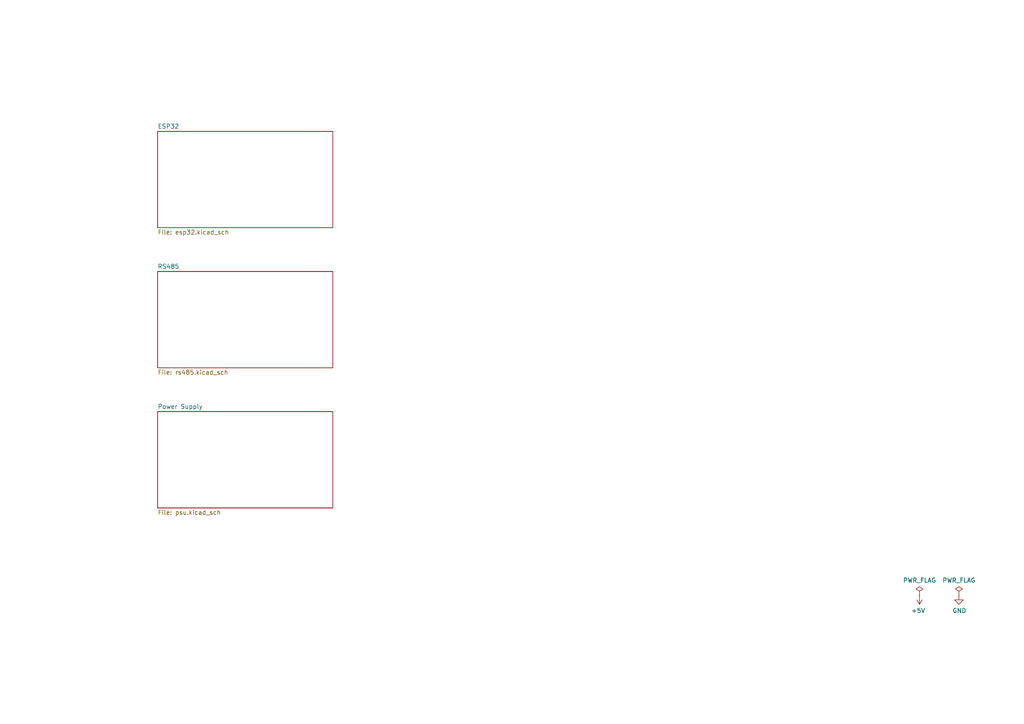
<source format=kicad_sch>
(kicad_sch (version 20250114) (generator "eeschema") (generator_version "9.0")
  (paper "A4")
  (title_block (title "6x2 Matrix Antenna Switch - Communication Module") (date "2020-05-17") (company "SQ9NJE Quirky Solutions"))
  (lib_symbols
    (symbol "power:+5V" (power) (pin_names (offset 0))
      (property "Value" "+5V" (at 0 3.556 0))
      (symbol "+5V_0_1"
        (polyline (pts (xy -0.762 1.27) (xy 0 2.54)))
        (polyline (pts (xy 0 2.54) (xy 0.762 1.27)))
        (polyline (pts (xy 0 0) (xy 0 2.54)))
      )
      (symbol "+5V_1_1"
        (pin power_in line (at 0 0 90) (length 0) (hide yes) (name "+5V") (number "1"))
      )
    )
    (symbol "power:GND" (power) (pin_names (offset 0))
      (property "Value" "GND" (at 0 -3.81 0))
      (symbol "GND_0_1"
        (polyline (pts (xy 0 0) (xy 0 -1.27) (xy 1.27 -1.27) (xy 0 -2.54) (xy -1.27 -1.27) (xy 0 -1.27)))
      )
      (symbol "GND_1_1"
        (pin power_in line (at 0 0 270) (length 0) (hide yes) (name "GND") (number "1"))
      )
    )
    (symbol "power:PWR_FLAG" (power) (pin_numbers (hide yes)) (pin_names (offset 0) (hide yes))
      (property "Value" "PWR_FLAG" (at 0 3.81 0))
      (symbol "PWR_FLAG_0_0"
        (pin power_out line (at 0 0 90) (length 0) (name "pwr") (number "1"))
      )
      (symbol "PWR_FLAG_0_1"
        (polyline (pts (xy 0 0) (xy 0 1.27) (xy -1.016 1.905) (xy 0 2.54) (xy 1.016 1.905) (xy 0 1.27)))
      )
    )
  )
  (symbol (lib_id "power:PWR_FLAG") (at 278.13 172.72 0) (unit 1)
    (property "Reference" "#FLG02" (effects (hide yes)))
    (property "Value" "PWR_FLAG" (at 278.13 168.3258 0))
  )
  (symbol (lib_id "power:PWR_FLAG") (at 266.7 172.72 0) (unit 1)
    (property "Reference" "#FLG01" (effects (hide yes)))
    (property "Value" "PWR_FLAG" (at 266.7 168.3258 0))
  )
  (symbol (lib_id "power:GND") (at 278.13 172.72 0) (unit 1)
    (property "Reference" "#PWR035" (effects (hide yes)))
    (property "Value" "GND" (at 278.257 177.1142 0))
  )
  (symbol (lib_id "power:+5V") (at 266.7 172.72 180) (unit 1)
    (property "Reference" "#PWR034" (effects (hide yes)))
    (property "Value" "+5V" (at 266.319 177.1142 0))
  )
  (sheet (at 45.72 38.1) (size 50.8 27.94) (stroke (width 0.1524))
    (property "Sheetname" "ESP32" (at 45.72 37.3884 0) (effects (justify left bottom)))
    (property "Sheetfile" "esp32.kicad_sch" (at 45.72 66.6246 0) (effects (justify left top)))
  )
  (sheet (at 45.72 78.74) (size 50.8 27.94) (stroke (width 0.1524))
    (property "Sheetname" "RS485" (at 45.72 78.0284 0) (effects (justify left bottom)))
    (property "Sheetfile" "rs485.kicad_sch" (at 45.72 107.2646 0) (effects (justify left top)))
  )
  (sheet (at 45.72 119.38) (size 50.8 27.94) (stroke (width 0.1524))
    (property "Sheetname" "Power Supply" (at 45.72 118.6684 0) (effects (justify left bottom)))
    (property "Sheetfile" "psu.kicad_sch" (at 45.72 147.9046 0) (effects (justify left top)))
  )
)
</source>
